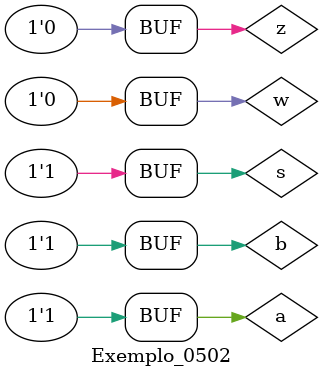
<source format=v>

module Exemplo_0502();

//------------------ definir dados

reg a;
reg b;
wire w, z, s;

//quatro instancias para o module nand

nand U1( w, a);
nand U2( z, b);
nand U3( s, w, z );
nand U4( s, z, w );

//------------------------------- parte principal 

initial
begin : main 
   $display("Exemplo_0502 - Matheus Santos Rosa Carneiro - 613414");
   $display("Test module 502");
   // projetar testes do modulo
   $monitor("a = %4b b = %4b s = %4b", a, b, s);

   a = 1'b0; b = 1'b0;

#1 a = 1'b0; b = 1'b1;
#1 a = 1'b1; b = 1'b0;
#1 a = 1'b1; b = 1'b1;

end

endmodule //end Exemplo_0502()

</source>
